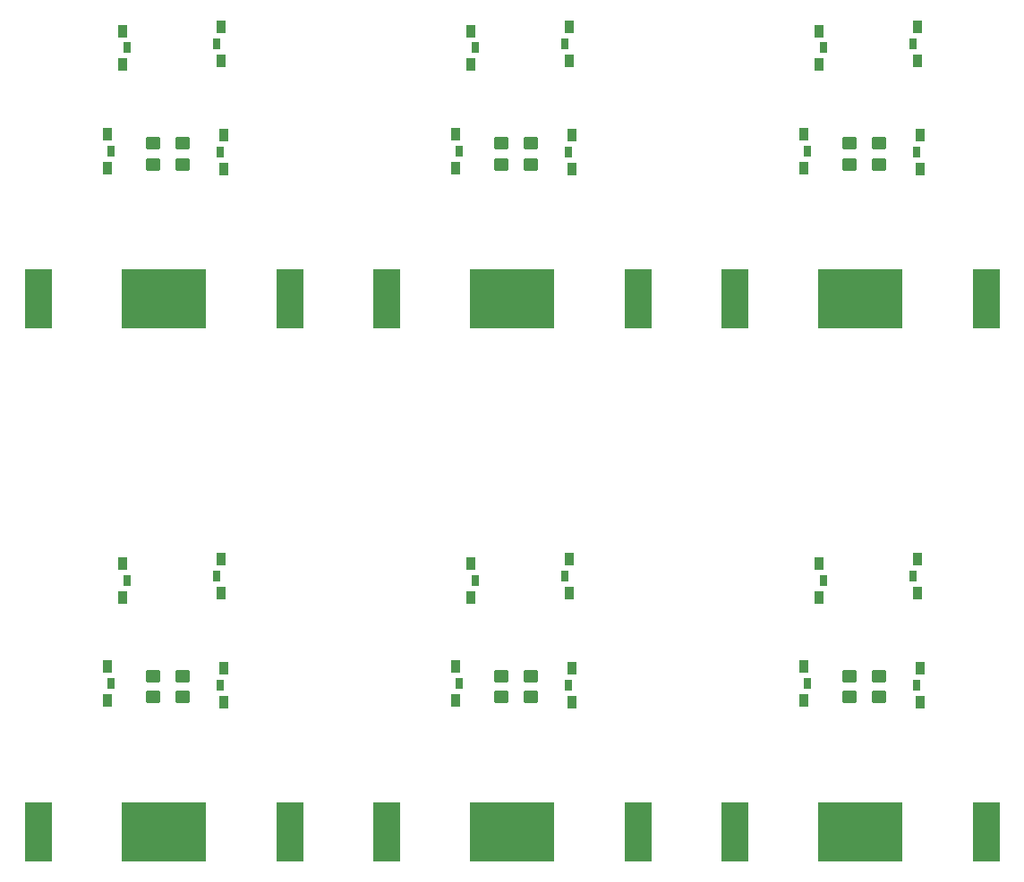
<source format=gbp>
G04 #@! TF.GenerationSoftware,KiCad,Pcbnew,8.0.4*
G04 #@! TF.CreationDate,2024-07-22T02:56:23-05:00*
G04 #@! TF.ProjectId,keanu-homeboy-panel,6b65616e-752d-4686-9f6d-65626f792d70,rev?*
G04 #@! TF.SameCoordinates,Original*
G04 #@! TF.FileFunction,Paste,Bot*
G04 #@! TF.FilePolarity,Positive*
%FSLAX46Y46*%
G04 Gerber Fmt 4.6, Leading zero omitted, Abs format (unit mm)*
G04 Created by KiCad (PCBNEW 8.0.4) date 2024-07-22 02:56:23*
%MOMM*%
%LPD*%
G01*
G04 APERTURE LIST*
G04 Aperture macros list*
%AMRoundRect*
0 Rectangle with rounded corners*
0 $1 Rounding radius*
0 $2 $3 $4 $5 $6 $7 $8 $9 X,Y pos of 4 corners*
0 Add a 4 corners polygon primitive as box body*
4,1,4,$2,$3,$4,$5,$6,$7,$8,$9,$2,$3,0*
0 Add four circle primitives for the rounded corners*
1,1,$1+$1,$2,$3*
1,1,$1+$1,$4,$5*
1,1,$1+$1,$6,$7*
1,1,$1+$1,$8,$9*
0 Add four rect primitives between the rounded corners*
20,1,$1+$1,$2,$3,$4,$5,0*
20,1,$1+$1,$4,$5,$6,$7,0*
20,1,$1+$1,$6,$7,$8,$9,0*
20,1,$1+$1,$8,$9,$2,$3,0*%
G04 Aperture macros list end*
%ADD10RoundRect,0.250000X-0.450000X0.350000X-0.450000X-0.350000X0.450000X-0.350000X0.450000X0.350000X0*%
%ADD11R,0.900000X1.200000*%
%ADD12R,0.800000X1.000000*%
%ADD13R,2.600000X5.560000*%
%ADD14R,8.000000X5.560000*%
G04 APERTURE END LIST*
D10*
X147238211Y-95229553D03*
X147238211Y-97229553D03*
D11*
X109986538Y-47142206D03*
X109986538Y-43942206D03*
D12*
X110386538Y-45542206D03*
D10*
X147238211Y-44824466D03*
X147238211Y-46824466D03*
D11*
X154000511Y-44067106D03*
X154000511Y-47267106D03*
D12*
X153600511Y-45667106D03*
D13*
X136405392Y-59549114D03*
X160215392Y-59549114D03*
D14*
X148310392Y-59549114D03*
D11*
X177323984Y-37365306D03*
X177323984Y-34165306D03*
D12*
X177723984Y-35765306D03*
D11*
X153687011Y-33782206D03*
X153687011Y-36982206D03*
D12*
X153287011Y-35382206D03*
D11*
X186623484Y-84187293D03*
X186623484Y-87387293D03*
D12*
X186223484Y-85787293D03*
D13*
X103468919Y-109954201D03*
X127278919Y-109954201D03*
D14*
X115373919Y-109954201D03*
D11*
X175859484Y-97547293D03*
X175859484Y-94347293D03*
D12*
X176259484Y-95947293D03*
D11*
X186623484Y-33782206D03*
X186623484Y-36982206D03*
D12*
X186223484Y-35382206D03*
D11*
X175859484Y-47142206D03*
X175859484Y-43942206D03*
D12*
X176259484Y-45542206D03*
D13*
X103468919Y-59549114D03*
X127278919Y-59549114D03*
D14*
X115373919Y-59549114D03*
D11*
X120750538Y-84187293D03*
X120750538Y-87387293D03*
D12*
X120350538Y-85787293D03*
D10*
X114301738Y-95229553D03*
X114301738Y-97229553D03*
D11*
X109986538Y-97547293D03*
X109986538Y-94347293D03*
D12*
X110386538Y-95947293D03*
D11*
X142923011Y-97547293D03*
X142923011Y-94347293D03*
D12*
X143323011Y-95947293D03*
D11*
X177323984Y-87770393D03*
X177323984Y-84570393D03*
D12*
X177723984Y-86170393D03*
D10*
X180174684Y-44824466D03*
X180174684Y-46824466D03*
D11*
X111451038Y-87770393D03*
X111451038Y-84570393D03*
D12*
X111851038Y-86170393D03*
D11*
X153687011Y-84187293D03*
X153687011Y-87387293D03*
D12*
X153287011Y-85787293D03*
D11*
X186936984Y-44067106D03*
X186936984Y-47267106D03*
D12*
X186536984Y-45667106D03*
D11*
X144387511Y-87770393D03*
X144387511Y-84570393D03*
D12*
X144787511Y-86170393D03*
D10*
X183039804Y-44824466D03*
X183039804Y-46824466D03*
D11*
X120750538Y-33782206D03*
X120750538Y-36982206D03*
D12*
X120350538Y-35382206D03*
D13*
X169341865Y-59549114D03*
X193151865Y-59549114D03*
D14*
X181246865Y-59549114D03*
D11*
X144387511Y-37365306D03*
X144387511Y-34165306D03*
D12*
X144787511Y-35765306D03*
D13*
X136405392Y-109954201D03*
X160215392Y-109954201D03*
D14*
X148310392Y-109954201D03*
D11*
X154000511Y-94472193D03*
X154000511Y-97672193D03*
D12*
X153600511Y-96072193D03*
D10*
X114301738Y-44824466D03*
X114301738Y-46824466D03*
D11*
X111451038Y-37365306D03*
X111451038Y-34165306D03*
D12*
X111851038Y-35765306D03*
D10*
X150103331Y-44824466D03*
X150103331Y-46824466D03*
X117166858Y-44824466D03*
X117166858Y-46824466D03*
D11*
X142923011Y-47142206D03*
X142923011Y-43942206D03*
D12*
X143323011Y-45542206D03*
D11*
X121064038Y-94472193D03*
X121064038Y-97672193D03*
D12*
X120664038Y-96072193D03*
D13*
X169341865Y-109954201D03*
X193151865Y-109954201D03*
D14*
X181246865Y-109954201D03*
D10*
X183039804Y-95229553D03*
X183039804Y-97229553D03*
X117166858Y-95229553D03*
X117166858Y-97229553D03*
X150103331Y-95229553D03*
X150103331Y-97229553D03*
D11*
X121064038Y-44067106D03*
X121064038Y-47267106D03*
D12*
X120664038Y-45667106D03*
D11*
X186936984Y-94472193D03*
X186936984Y-97672193D03*
D12*
X186536984Y-96072193D03*
D10*
X180174684Y-95229553D03*
X180174684Y-97229553D03*
M02*

</source>
